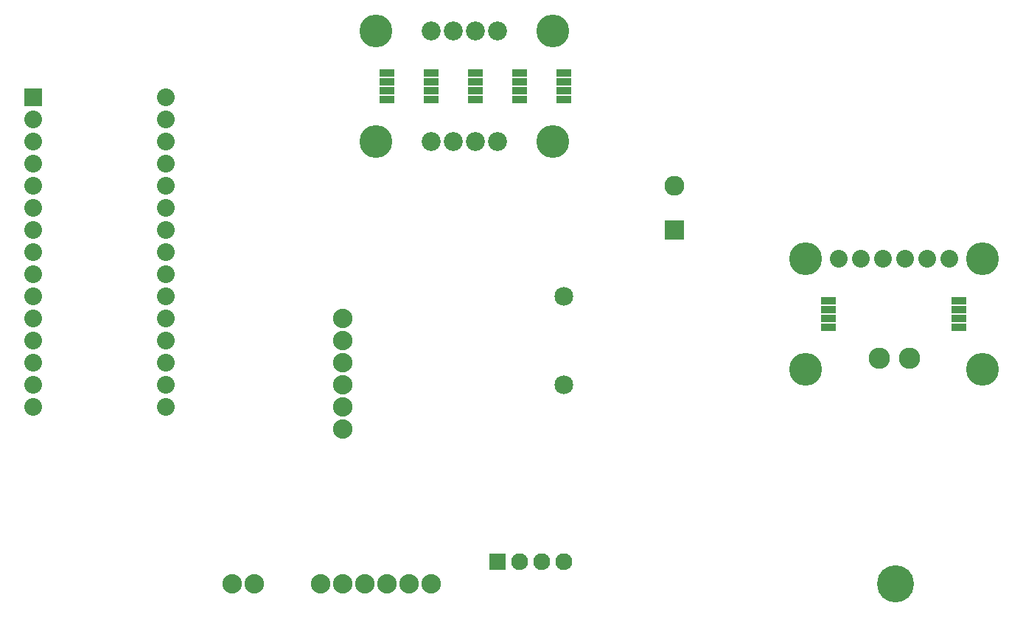
<source format=gbs>
G04 MADE WITH FRITZING*
G04 WWW.FRITZING.ORG*
G04 DOUBLE SIDED*
G04 HOLES PLATED*
G04 CONTOUR ON CENTER OF CONTOUR VECTOR*
%ASAXBY*%
%FSLAX23Y23*%
%MOIN*%
%OFA0B0*%
%SFA1.0B1.0*%
%ADD10C,0.080000*%
%ADD11C,0.088000*%
%ADD12C,0.085000*%
%ADD13C,0.090000*%
%ADD14C,0.148425*%
%ADD15C,0.096000*%
%ADD16C,0.086000*%
%ADD17C,0.167480*%
%ADD18C,0.076000*%
%ADD19R,0.079972X0.080000*%
%ADD20R,0.089986X0.090000*%
%ADD21R,0.071024X0.033622*%
%ADD22R,0.076000X0.076000*%
%LNMASK0*%
G90*
G70*
G54D10*
X222Y2413D03*
X222Y2313D03*
X222Y2213D03*
X222Y2113D03*
X222Y2013D03*
X222Y1913D03*
X222Y1813D03*
X222Y1713D03*
X222Y1613D03*
X222Y1513D03*
X222Y1413D03*
X222Y1313D03*
X222Y1213D03*
X222Y1113D03*
X222Y1013D03*
X822Y2413D03*
X822Y2313D03*
X822Y2213D03*
X822Y2113D03*
X822Y2013D03*
X822Y1913D03*
X822Y1813D03*
X822Y1713D03*
X822Y1613D03*
X822Y1513D03*
X822Y1413D03*
X822Y1313D03*
X822Y1213D03*
X822Y1113D03*
X822Y1013D03*
G54D11*
X1222Y213D03*
X1122Y213D03*
X1622Y1413D03*
X1622Y1313D03*
X1622Y1213D03*
X1622Y1113D03*
X1622Y1013D03*
X1622Y913D03*
X2022Y213D03*
X1922Y213D03*
X1822Y213D03*
X1722Y213D03*
X1622Y213D03*
X1522Y213D03*
G54D12*
X2622Y1113D03*
X2622Y1513D03*
G54D13*
X3122Y1813D03*
X3122Y2013D03*
G54D10*
X4065Y1683D03*
G54D14*
X3715Y1683D03*
G54D10*
X3865Y1683D03*
G54D14*
X3715Y1183D03*
G54D15*
X4048Y1233D03*
G54D10*
X3965Y1683D03*
G54D14*
X4515Y1183D03*
X4515Y1683D03*
G54D10*
X4365Y1683D03*
G54D15*
X4186Y1233D03*
G54D10*
X4265Y1683D03*
X4165Y1683D03*
G54D16*
X2322Y2213D03*
X2022Y2713D03*
G54D14*
X2572Y2713D03*
G54D16*
X2222Y2713D03*
X2122Y2213D03*
G54D14*
X2572Y2213D03*
G54D16*
X2322Y2713D03*
X2122Y2713D03*
X2022Y2213D03*
X2222Y2213D03*
G54D14*
X1772Y2713D03*
X1772Y2213D03*
G54D17*
X4122Y213D03*
G54D18*
X2622Y313D03*
X2322Y313D03*
X2422Y313D03*
X2522Y313D03*
G54D19*
X222Y2413D03*
G54D20*
X3122Y1813D03*
G54D21*
X3819Y1492D03*
X3819Y1452D03*
X3819Y1413D03*
X3819Y1373D03*
X4409Y1373D03*
X4409Y1413D03*
X4409Y1452D03*
X4409Y1492D03*
X2023Y2443D03*
X2223Y2443D03*
X2023Y2483D03*
X2023Y2522D03*
X2423Y2404D03*
X2223Y2522D03*
X2423Y2443D03*
X2423Y2483D03*
X2423Y2522D03*
X2623Y2404D03*
X2223Y2483D03*
X2623Y2443D03*
X2623Y2483D03*
X2623Y2522D03*
X1823Y2404D03*
X1823Y2443D03*
X1823Y2483D03*
X1823Y2522D03*
X2223Y2404D03*
X2023Y2404D03*
G54D22*
X2322Y313D03*
G04 End of Mask0*
M02*
</source>
